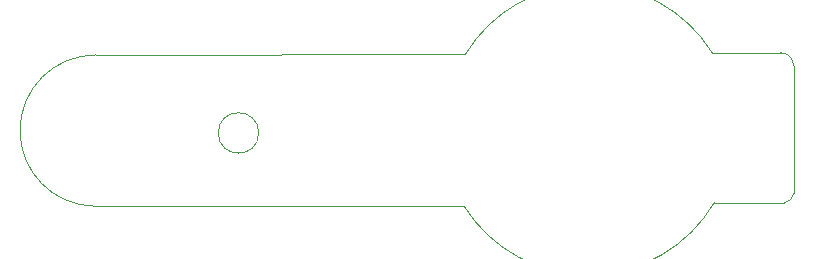
<source format=gm1>
%TF.GenerationSoftware,KiCad,Pcbnew,7.0.6-7.0.6~ubuntu22.10.1*%
%TF.CreationDate,2023-08-23T17:57:53+03:00*%
%TF.ProjectId,Prj1 - LED torch,50726a31-202d-4204-9c45-4420746f7263,rev?*%
%TF.SameCoordinates,Original*%
%TF.FileFunction,Profile,NP*%
%FSLAX46Y46*%
G04 Gerber Fmt 4.6, Leading zero omitted, Abs format (unit mm)*
G04 Created by KiCad (PCBNEW 7.0.6-7.0.6~ubuntu22.10.1) date 2023-08-23 17:57:53*
%MOMM*%
%LPD*%
G01*
G04 APERTURE LIST*
%TA.AperFunction,Profile*%
%ADD10C,0.100000*%
%TD*%
G04 APERTURE END LIST*
D10*
X169411724Y-113000000D02*
G75*
G03*
X169411724Y-113000000I-1711724J0D01*
G01*
X155600000Y-106400001D02*
G75*
G03*
X155517955Y-119199473I0J-6399999D01*
G01*
X207800000Y-106200000D02*
G75*
G03*
X186911704Y-106343457I-10400000J-6500000D01*
G01*
X213600000Y-106200000D02*
X207800000Y-106200000D01*
X155517955Y-119199474D02*
X186800000Y-119200000D01*
X213900000Y-118900000D02*
X207987153Y-118892436D01*
X214700000Y-107300000D02*
X214700000Y-118100000D01*
X213900000Y-118900000D02*
G75*
G03*
X214700000Y-118100000I0J800000D01*
G01*
X186911704Y-106343457D02*
X155600000Y-106400000D01*
X186800001Y-119199999D02*
G75*
G03*
X207987153Y-118892436I10499999J6599999D01*
G01*
X214700000Y-107300000D02*
G75*
G03*
X213600000Y-106200000I-1100000J0D01*
G01*
M02*

</source>
